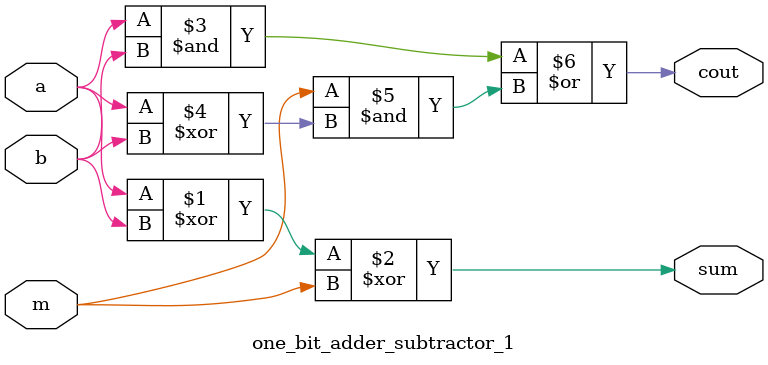
<source format=v>
module one_bit_adder_subtractor_1(a,b, m, sum ,cout);
input a, b, m;
output sum, cout;
assign sum=a^b^m;
assign cout=(a&b)|(m&(a^b));
endmodule 
</source>
